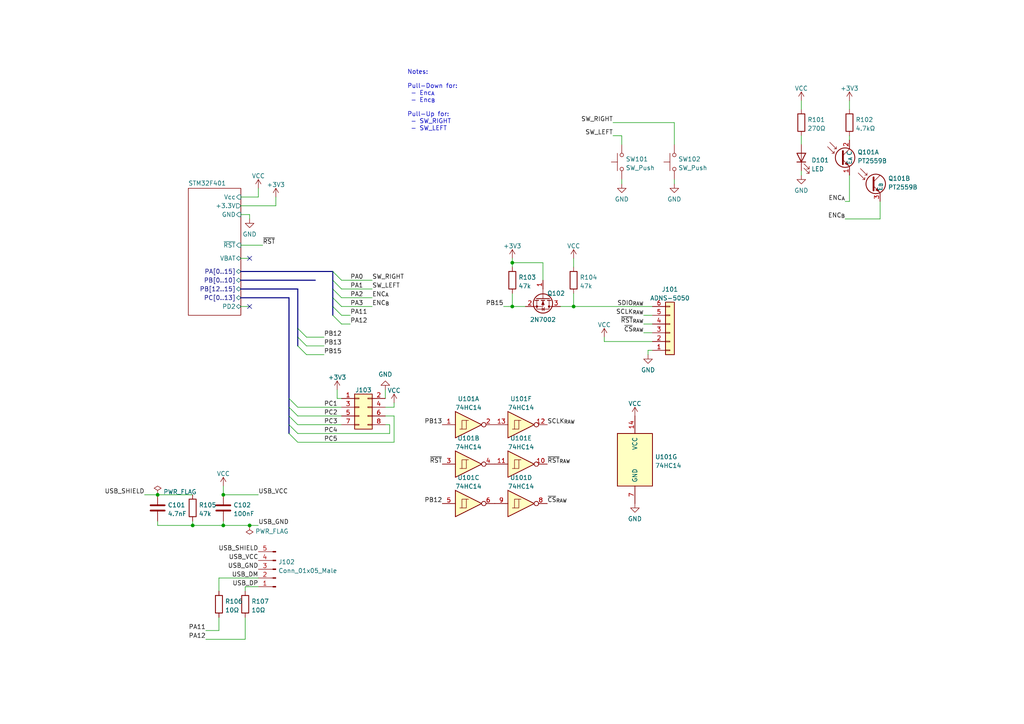
<source format=kicad_sch>
(kicad_sch (version 20211123) (generator eeschema)
  (paper "A4")
  (lib_symbols
    (symbol "74xx:74HC14" (pin_names (offset 1.016))
      (property "Reference" "U" (at 0 1.27 0))
      (property "Value" "74HC14" (at 0 -1.27 0))
      (symbol "74HC14_1_0"
        (polyline (pts (xy -3.81 3.81) (xy -3.81 -3.81) (xy 3.81 0) (xy -3.81 3.81)) (stroke (width 0.254)) (fill (type background)))
        (pin input line (at -7.62 0 0) (length 3.81) (name "~") (number "1"))
        (pin output inverted (at 7.62 0 180) (length 3.81) (name "~") (number "2"))
      )
      (symbol "74HC14_1_1"
        (polyline (pts (xy -1.905 -1.27) (xy -1.905 1.27) (xy -0.635 1.27)))
        (polyline (pts (xy -2.54 -1.27) (xy -0.635 -1.27) (xy -0.635 1.27) (xy 0 1.27)))
      )
      (symbol "74HC14_2_0"
        (polyline (pts (xy -3.81 3.81) (xy -3.81 -3.81) (xy 3.81 0) (xy -3.81 3.81)) (stroke (width 0.254)) (fill (type background)))
        (pin input line (at -7.62 0 0) (length 3.81) (name "~") (number "3"))
        (pin output inverted (at 7.62 0 180) (length 3.81) (name "~") (number "4"))
      )
      (symbol "74HC14_2_1"
        (polyline (pts (xy -1.905 -1.27) (xy -1.905 1.27) (xy -0.635 1.27)))
        (polyline (pts (xy -2.54 -1.27) (xy -0.635 -1.27) (xy -0.635 1.27) (xy 0 1.27)))
      )
      (symbol "74HC14_3_0"
        (polyline (pts (xy -3.81 3.81) (xy -3.81 -3.81) (xy 3.81 0) (xy -3.81 3.81)) (stroke (width 0.254)) (fill (type background)))
        (pin input line (at -7.62 0 0) (length 3.81) (name "~") (number "5"))
        (pin output inverted (at 7.62 0 180) (length 3.81) (name "~") (number "6"))
      )
      (symbol "74HC14_3_1"
        (polyline (pts (xy -1.905 -1.27) (xy -1.905 1.27) (xy -0.635 1.27)))
        (polyline (pts (xy -2.54 -1.27) (xy -0.635 -1.27) (xy -0.635 1.27) (xy 0 1.27)))
      )
      (symbol "74HC14_4_0"
        (polyline (pts (xy -3.81 3.81) (xy -3.81 -3.81) (xy 3.81 0) (xy -3.81 3.81)) (stroke (width 0.254)) (fill (type background)))
        (pin output inverted (at 7.62 0 180) (length 3.81) (name "~") (number "8"))
        (pin input line (at -7.62 0 0) (length 3.81) (name "~") (number "9"))
      )
      (symbol "74HC14_4_1"
        (polyline (pts (xy -1.905 -1.27) (xy -1.905 1.27) (xy -0.635 1.27)))
        (polyline (pts (xy -2.54 -1.27) (xy -0.635 -1.27) (xy -0.635 1.27) (xy 0 1.27)))
      )
      (symbol "74HC14_5_0"
        (polyline (pts (xy -3.81 3.81) (xy -3.81 -3.81) (xy 3.81 0) (xy -3.81 3.81)) (stroke (width 0.254)) (fill (type background)))
        (pin output inverted (at 7.62 0 180) (length 3.81) (name "~") (number "10"))
        (pin input line (at -7.62 0 0) (length 3.81) (name "~") (number "11"))
      )
      (symbol "74HC14_5_1"
        (polyline (pts (xy -1.905 -1.27) (xy -1.905 1.27) (xy -0.635 1.27)))
        (polyline (pts (xy -2.54 -1.27) (xy -0.635 -1.27) (xy -0.635 1.27) (xy 0 1.27)))
      )
      (symbol "74HC14_6_0"
        (polyline (pts (xy -3.81 3.81) (xy -3.81 -3.81) (xy 3.81 0) (xy -3.81 3.81)) (stroke (width 0.254)) (fill (type background)))
        (pin output inverted (at 7.62 0 180) (length 3.81) (name "~") (number "12"))
        (pin input line (at -7.62 0 0) (length 3.81) (name "~") (number "13"))
      )
      (symbol "74HC14_6_1"
        (polyline (pts (xy -1.905 -1.27) (xy -1.905 1.27) (xy -0.635 1.27)))
        (polyline (pts (xy -2.54 -1.27) (xy -0.635 -1.27) (xy -0.635 1.27) (xy 0 1.27)))
      )
      (symbol "74HC14_7_0"
        (pin power_in line (at 0 12.7 270) (length 5.08) (name "VCC") (number "14"))
        (pin power_in line (at 0 -12.7 90) (length 5.08) (name "GND") (number "7"))
      )
      (symbol "74HC14_7_1"
        (rectangle (start -5.08 7.62) (end 5.08 -7.62) (stroke (width 0.254)) (fill (type background)))
      )
    )
    (symbol "Connector:Conn_01x05_Male" (pin_names (offset 1.016) hide)
      (property "Reference" "J" (at 0 7.62 0))
      (property "Value" "Conn_01x05_Male" (at 0 -7.62 0))
      (symbol "Conn_01x05_Male_1_1"
        (polyline (pts (xy 1.27 -5.08) (xy 0.8636 -5.08)) (stroke (width 0.1524)))
        (polyline (pts (xy 1.27 -2.54) (xy 0.8636 -2.54)) (stroke (width 0.1524)))
        (polyline (pts (xy 1.27 0) (xy 0.8636 0)) (stroke (width 0.1524)))
        (polyline (pts (xy 1.27 2.54) (xy 0.8636 2.54)) (stroke (width 0.1524)))
        (polyline (pts (xy 1.27 5.08) (xy 0.8636 5.08)) (stroke (width 0.1524)))
        (rectangle (start 0.8636 -4.953) (end 0 -5.207) (stroke (width 0.1524)) (fill (type outline)))
        (rectangle (start 0.8636 -2.413) (end 0 -2.667) (stroke (width 0.1524)) (fill (type outline)))
        (rectangle (start 0.8636 0.127) (end 0 -0.127) (stroke (width 0.1524)) (fill (type outline)))
        (rectangle (start 0.8636 2.667) (end 0 2.413) (stroke (width 0.1524)) (fill (type outline)))
        (rectangle (start 0.8636 5.207) (end 0 4.953) (stroke (width 0.1524)) (fill (type outline)))
        (pin passive line (at 5.08 5.08 180) (length 3.81) (name "Pin_1") (number "1"))
        (pin passive line (at 5.08 2.54 180) (length 3.81) (name "Pin_2") (number "2"))
        (pin passive line (at 5.08 0 180) (length 3.81) (name "Pin_3") (number "3"))
        (pin passive line (at 5.08 -2.54 180) (length 3.81) (name "Pin_4") (number "4"))
        (pin passive line (at 5.08 -5.08 180) (length 3.81) (name "Pin_5") (number "5"))
      )
    )
    (symbol "Connector_Generic:Conn_01x06" (pin_names (offset 1.016) hide)
      (property "Reference" "J" (at 0 7.62 0))
      (property "Value" "Conn_01x06" (at 0 -10.16 0))
      (symbol "Conn_01x06_1_1"
        (rectangle (start -1.27 -7.493) (end 0 -7.747) (stroke (width 0.1524)))
        (rectangle (start -1.27 -4.953) (end 0 -5.207) (stroke (width 0.1524)))
        (rectangle (start -1.27 -2.413) (end 0 -2.667) (stroke (width 0.1524)))
        (rectangle (start -1.27 0.127) (end 0 -0.127) (stroke (width 0.1524)))
        (rectangle (start -1.27 2.667) (end 0 2.413) (stroke (width 0.1524)))
        (rectangle (start -1.27 5.207) (end 0 4.953) (stroke (width 0.1524)))
        (rectangle (start -1.27 6.35) (end 1.27 -8.89) (stroke (width 0.254)) (fill (type background)))
        (pin passive line (at -5.08 5.08 0) (length 3.81) (name "Pin_1") (number "1"))
        (pin passive line (at -5.08 2.54 0) (length 3.81) (name "Pin_2") (number "2"))
        (pin passive line (at -5.08 0 0) (length 3.81) (name "Pin_3") (number "3"))
        (pin passive line (at -5.08 -2.54 0) (length 3.81) (name "Pin_4") (number "4"))
        (pin passive line (at -5.08 -5.08 0) (length 3.81) (name "Pin_5") (number "5"))
        (pin passive line (at -5.08 -7.62 0) (length 3.81) (name "Pin_6") (number "6"))
      )
    )
    (symbol "Connector_Generic:Conn_02x04_Odd_Even" (pin_names (offset 1.016) hide)
      (property "Reference" "J" (at 1.27 5.08 0))
      (property "Value" "Conn_02x04_Odd_Even" (at 1.27 -7.62 0))
      (symbol "Conn_02x04_Odd_Even_1_1"
        (rectangle (start -1.27 -4.953) (end 0 -5.207) (stroke (width 0.1524)))
        (rectangle (start -1.27 -2.413) (end 0 -2.667) (stroke (width 0.1524)))
        (rectangle (start -1.27 0.127) (end 0 -0.127) (stroke (width 0.1524)))
        (rectangle (start -1.27 2.667) (end 0 2.413) (stroke (width 0.1524)))
        (rectangle (start -1.27 3.81) (end 3.81 -6.35) (stroke (width 0.254)) (fill (type background)))
        (rectangle (start 3.81 -4.953) (end 2.54 -5.207) (stroke (width 0.1524)))
        (rectangle (start 3.81 -2.413) (end 2.54 -2.667) (stroke (width 0.1524)))
        (rectangle (start 3.81 0.127) (end 2.54 -0.127) (stroke (width 0.1524)))
        (rectangle (start 3.81 2.667) (end 2.54 2.413) (stroke (width 0.1524)))
        (pin passive line (at -5.08 2.54 0) (length 3.81) (name "Pin_1") (number "1"))
        (pin passive line (at 7.62 2.54 180) (length 3.81) (name "Pin_2") (number "2"))
        (pin passive line (at -5.08 0 0) (length 3.81) (name "Pin_3") (number "3"))
        (pin passive line (at 7.62 0 180) (length 3.81) (name "Pin_4") (number "4"))
        (pin passive line (at -5.08 -2.54 0) (length 3.81) (name "Pin_5") (number "5"))
        (pin passive line (at 7.62 -2.54 180) (length 3.81) (name "Pin_6") (number "6"))
        (pin passive line (at -5.08 -5.08 0) (length 3.81) (name "Pin_7") (number "7"))
        (pin passive line (at 7.62 -5.08 180) (length 3.81) (name "Pin_8") (number "8"))
      )
    )
    (symbol "Device:C" (pin_numbers hide) (pin_names (offset 0.254))
      (property "Reference" "C" (at 0.635 2.54 0))
      (property "Value" "C" (at 0.635 -2.54 0))
      (symbol "C_0_1"
        (polyline (pts (xy -2.032 -0.762) (xy 2.032 -0.762)) (stroke (width 0.508)))
        (polyline (pts (xy -2.032 0.762) (xy 2.032 0.762)) (stroke (width 0.508)))
      )
      (symbol "C_1_1"
        (pin passive line (at 0 3.81 270) (length 2.794) (name "~") (number "1"))
        (pin passive line (at 0 -3.81 90) (length 2.794) (name "~") (number "2"))
      )
    )
    (symbol "Device:LED" (pin_numbers hide) (pin_names (offset 1.016) hide)
      (property "Reference" "D" (at 0 2.54 0))
      (property "Value" "LED" (at 0 -2.54 0))
      (symbol "LED_0_1"
        (polyline (pts (xy -1.27 -1.27) (xy -1.27 1.27)) (stroke (width 0.254)))
        (polyline (pts (xy -1.27 0) (xy 1.27 0)))
        (polyline (pts (xy 1.27 -1.27) (xy 1.27 1.27) (xy -1.27 0) (xy 1.27 -1.27)) (stroke (width 0.254)))
        (polyline (pts (xy -3.048 -0.762) (xy -4.572 -2.286) (xy -3.81 -2.286) (xy -4.572 -2.286) (xy -4.572 -1.524)))
        (polyline (pts (xy -1.778 -0.762) (xy -3.302 -2.286) (xy -2.54 -2.286) (xy -3.302 -2.286) (xy -3.302 -1.524)))
      )
      (symbol "LED_1_1"
        (pin passive line (at -3.81 0 0) (length 2.54) (name "K") (number "1"))
        (pin passive line (at 3.81 0 180) (length 2.54) (name "A") (number "2"))
      )
    )
    (symbol "Device:Q_NMOS_GSD" (pin_names (offset 0) hide)
      (property "Reference" "Q" (at 5.08 1.27 0))
      (property "Value" "Q_NMOS_GSD" (at 5.08 -1.27 0))
      (symbol "Q_NMOS_GSD_0_1"
        (polyline (pts (xy 0.254 0) (xy -2.54 0)))
        (polyline (pts (xy 0.254 1.905) (xy 0.254 -1.905)) (stroke (width 0.254)))
        (polyline (pts (xy 0.762 -1.27) (xy 0.762 -2.286)) (stroke (width 0.254)))
        (polyline (pts (xy 0.762 0.508) (xy 0.762 -0.508)) (stroke (width 0.254)))
        (polyline (pts (xy 0.762 2.286) (xy 0.762 1.27)) (stroke (width 0.254)))
        (polyline (pts (xy 2.54 2.54) (xy 2.54 1.778)))
        (polyline (pts (xy 2.54 -2.54) (xy 2.54 0) (xy 0.762 0)))
        (polyline (pts (xy 0.762 -1.778) (xy 3.302 -1.778) (xy 3.302 1.778) (xy 0.762 1.778)))
        (polyline (pts (xy 1.016 0) (xy 2.032 0.381) (xy 2.032 -0.381) (xy 1.016 0)) (fill (type outline)))
        (polyline (pts (xy 2.794 0.508) (xy 2.921 0.381) (xy 3.683 0.381) (xy 3.81 0.254)))
        (polyline (pts (xy 3.302 0.381) (xy 2.921 -0.254) (xy 3.683 -0.254) (xy 3.302 0.381)))
        (circle (center 1.651 0) (radius 2.794) (stroke (width 0.254)))
        (circle (center 2.54 -1.778) (radius 0.254) (fill (type outline)))
        (circle (center 2.54 1.778) (radius 0.254) (fill (type outline)))
      )
      (symbol "Q_NMOS_GSD_1_1"
        (pin input line (at -5.08 0 0) (length 2.54) (name "G") (number "1"))
        (pin passive line (at 2.54 -5.08 90) (length 2.54) (name "S") (number "2"))
        (pin passive line (at 2.54 5.08 270) (length 2.54) (name "D") (number "3"))
      )
    )
    (symbol "Device:R" (pin_numbers hide) (pin_names (offset 0))
      (property "Reference" "R" (at 2.032 0 90))
      (property "Value" "R" (at 0 0 90))
      (symbol "R_0_1"
        (rectangle (start -1.016 -2.54) (end 1.016 2.54) (stroke (width 0.254)))
      )
      (symbol "R_1_1"
        (pin passive line (at 0 3.81 270) (length 1.27) (name "~") (number "1"))
        (pin passive line (at 0 -3.81 90) (length 1.27) (name "~") (number "2"))
      )
    )
    (symbol "Parts:PT2559B"
      (property "Reference" "Q" (at 2.54 3.81 0))
      (property "Value" "PT2559B" (at 6.35 6.35 0))
      (symbol "PT2559B_0_1"
        (circle (center -1.27 5.08) (radius 2.8194) (stroke (width 0.254)))
        (polyline (pts (xy -4.445 6.35) (xy -5.08 6.35)))
        (polyline (pts (xy -3.81 7.62) (xy -4.445 7.62)))
        (polyline (pts (xy -1.905 5.715) (xy 0 7.62)))
        (polyline (pts (xy -6.35 8.255) (xy -4.445 6.35) (xy -4.445 6.985)))
        (polyline (pts (xy -5.715 9.525) (xy -3.81 7.62) (xy -3.81 8.255)))
        (polyline (pts (xy -1.905 4.445) (xy 0 2.54) (xy 0 2.54)))
        (polyline (pts (xy -1.905 6.985) (xy -1.905 3.175) (xy -1.905 3.175)) (stroke (width 0.508)))
        (polyline (pts (xy -1.27 3.302) (xy -0.762 3.81) (xy -0.254 2.794) (xy -1.27 3.302) (xy -1.27 3.302)) (fill (type outline)))
      )
      (symbol "PT2559B_1_1"
        (pin passive line (at 0 0 90) (length 2.54) (name "E_{A}") (number "1"))
        (pin passive line (at 0 10.16 270) (length 2.54) (name "C") (number "2"))
      )
      (symbol "PT2559B_2_1"
        (pin passive line (at 0 0 90) (length 2.54) (name "E_{B}") (number "3"))
      )
    )
    (symbol "Switch:SW_Push" (pin_numbers hide) (pin_names (offset 1.016) hide)
      (property "Reference" "SW" (at 1.27 2.54 0))
      (property "Value" "SW_Push" (at 0 -1.524 0))
      (symbol "SW_Push_0_1"
        (circle (center -2.032 0) (radius 0.508))
        (polyline (pts (xy 0 1.27) (xy 0 3.048)))
        (polyline (pts (xy 2.54 1.27) (xy -2.54 1.27)))
        (circle (center 2.032 0) (radius 0.508))
        (pin passive line (at -5.08 0 0) (length 2.54) (name "1") (number "1"))
        (pin passive line (at 5.08 0 180) (length 2.54) (name "2") (number "2"))
      )
    )
    (symbol "power:+3.3V" (power) (pin_names (offset 0))
      (property "Value" "+3.3V" (at 0 3.556 0))
      (symbol "+3.3V_0_1"
        (polyline (pts (xy -0.762 1.27) (xy 0 2.54)))
        (polyline (pts (xy 0 0) (xy 0 2.54)))
        (polyline (pts (xy 0 2.54) (xy 0.762 1.27)))
      )
      (symbol "+3.3V_1_1"
        (pin power_in line (at 0 0 90) (length 0) hide (name "+3V3") (number "1"))
      )
    )
    (symbol "power:GND" (power) (pin_names (offset 0))
      (property "Value" "GND" (at 0 -3.81 0))
      (symbol "GND_0_1"
        (polyline (pts (xy 0 0) (xy 0 -1.27) (xy 1.27 -1.27) (xy 0 -2.54) (xy -1.27 -1.27) (xy 0 -1.27)))
      )
      (symbol "GND_1_1"
        (pin power_in line (at 0 0 270) (length 0) hide (name "GND") (number "1"))
      )
    )
    (symbol "power:PWR_FLAG" (power) (pin_numbers hide) (pin_names (offset 0) hide)
      (property "Value" "PWR_FLAG" (at 0 3.81 0))
      (symbol "PWR_FLAG_0_0"
        (pin power_out line (at 0 0 90) (length 0) (name "pwr") (number "1"))
      )
      (symbol "PWR_FLAG_0_1"
        (polyline (pts (xy 0 0) (xy 0 1.27) (xy -1.016 1.905) (xy 0 2.54) (xy 1.016 1.905) (xy 0 1.27)))
      )
    )
    (symbol "power:VCC" (power) (pin_names (offset 0))
      (property "Value" "VCC" (at 0 3.81 0))
      (symbol "VCC_0_1"
        (polyline (pts (xy -0.762 1.27) (xy 0 2.54)))
        (polyline (pts (xy 0 0) (xy 0 2.54)))
        (polyline (pts (xy 0 2.54) (xy 0.762 1.27)))
      )
      (symbol "VCC_1_1"
        (pin power_in line (at 0 0 90) (length 0) hide (name "VCC") (number "1"))
      )
    )
  )
  (junction (at 55.88 152.4))
  (junction (at 148.59 88.9))
  (junction (at 45.72 143.51))
  (junction (at 64.77 152.4))
  (junction (at 148.59 76.2))
  (junction (at 72.39 152.4))
  (junction (at 64.77 143.51))
  (junction (at 166.37 88.9))
  (no_connect (at 72.39 74.93))
  (no_connect (at 72.39 88.9))
  (bus_entry (at 96.52 81.28) (size 2.54 2.54))
  (bus_entry (at 83.82 120.65) (size 2.54 2.54))
  (bus_entry (at 83.82 123.19) (size 2.54 2.54))
  (bus_entry (at 96.52 83.82) (size 2.54 2.54))
  (bus_entry (at 83.82 118.11) (size 2.54 2.54))
  (bus_entry (at 83.82 125.73) (size 2.54 2.54))
  (bus_entry (at 96.52 86.36) (size 2.54 2.54))
  (bus_entry (at 96.52 88.9) (size 2.54 2.54))
  (bus_entry (at 83.82 115.57) (size 2.54 2.54))
  (bus_entry (at 86.36 100.33) (size 2.54 2.54))
  (bus_entry (at 96.52 78.74) (size 2.54 2.54))
  (bus_entry (at 86.36 97.79) (size 2.54 2.54))
  (bus_entry (at 86.36 95.25) (size 2.54 2.54))
  (bus_entry (at 96.52 91.44) (size 2.54 2.54))
  (wire (pts (xy 86.36 125.73) (xy 113.03 125.73)))
  (wire (pts (xy 45.72 143.51) (xy 55.88 143.51)))
  (wire (pts (xy 187.96 101.6) (xy 189.23 101.6)))
  (wire (pts (xy 86.36 128.27) (xy 114.3 128.27)))
  (wire (pts (xy 86.36 118.11) (xy 99.06 118.11)))
  (wire (pts (xy 99.06 81.28) (xy 107.95 81.28)))
  (wire (pts (xy 64.77 140.97) (xy 64.77 143.51)))
  (wire (pts (xy 113.03 123.19) (xy 111.76 123.19)))
  (bus (pts (xy 83.82 120.65) (xy 83.82 123.19)))
  (bus (pts (xy 96.52 83.82) (xy 96.52 86.36)))
  (wire (pts (xy 45.72 151.13) (xy 45.72 152.4)))
  (wire (pts (xy 152.4 88.9) (xy 148.59 88.9)))
  (bus (pts (xy 83.82 115.57) (xy 83.82 118.11)))
  (bus (pts (xy 83.82 86.36) (xy 83.82 115.57)))
  (wire (pts (xy 69.85 74.93) (xy 72.39 74.93)))
  (bus (pts (xy 69.85 86.36) (xy 83.82 86.36)))
  (wire (pts (xy 166.37 74.93) (xy 166.37 77.47)))
  (wire (pts (xy 88.9 97.79) (xy 93.98 97.79)))
  (wire (pts (xy 80.01 57.15) (xy 80.01 59.69)))
  (wire (pts (xy 186.69 93.98) (xy 189.23 93.98)))
  (wire (pts (xy 71.12 171.45) (xy 71.12 170.18)))
  (bus (pts (xy 83.82 123.19) (xy 83.82 125.73)))
  (wire (pts (xy 232.41 29.21) (xy 232.41 31.75)))
  (wire (pts (xy 180.34 39.37) (xy 180.34 41.91)))
  (wire (pts (xy 246.38 39.37) (xy 246.38 40.64)))
  (wire (pts (xy 72.39 62.23) (xy 69.85 62.23)))
  (wire (pts (xy 114.3 120.65) (xy 111.76 120.65)))
  (wire (pts (xy 63.5 167.64) (xy 63.5 171.45)))
  (bus (pts (xy 96.52 86.36) (xy 96.52 88.9)))
  (wire (pts (xy 55.88 152.4) (xy 64.77 152.4)))
  (bus (pts (xy 69.85 78.74) (xy 96.52 78.74)))
  (wire (pts (xy 97.79 115.57) (xy 99.06 115.57)))
  (wire (pts (xy 148.59 88.9) (xy 148.59 85.09)))
  (wire (pts (xy 114.3 128.27) (xy 114.3 120.65)))
  (wire (pts (xy 97.79 113.03) (xy 97.79 115.57)))
  (wire (pts (xy 166.37 85.09) (xy 166.37 88.9)))
  (wire (pts (xy 113.03 125.73) (xy 113.03 123.19)))
  (wire (pts (xy 99.06 93.98) (xy 101.6 93.98)))
  (wire (pts (xy 255.27 58.42) (xy 255.27 63.5)))
  (wire (pts (xy 255.27 63.5) (xy 245.11 63.5)))
  (wire (pts (xy 175.26 99.06) (xy 189.23 99.06)))
  (wire (pts (xy 64.77 152.4) (xy 72.39 152.4)))
  (wire (pts (xy 99.06 83.82) (xy 107.95 83.82)))
  (bus (pts (xy 86.36 97.79) (xy 86.36 100.33)))
  (wire (pts (xy 246.38 29.21) (xy 246.38 31.75)))
  (wire (pts (xy 195.58 52.07) (xy 195.58 53.34)))
  (wire (pts (xy 41.91 143.51) (xy 45.72 143.51)))
  (wire (pts (xy 186.69 91.44) (xy 189.23 91.44)))
  (wire (pts (xy 71.12 170.18) (xy 74.93 170.18)))
  (wire (pts (xy 148.59 74.93) (xy 148.59 76.2)))
  (wire (pts (xy 245.11 58.42) (xy 246.38 58.42)))
  (wire (pts (xy 88.9 102.87) (xy 93.98 102.87)))
  (bus (pts (xy 83.82 118.11) (xy 83.82 120.65)))
  (wire (pts (xy 80.01 59.69) (xy 69.85 59.69)))
  (wire (pts (xy 166.37 88.9) (xy 189.23 88.9)))
  (wire (pts (xy 99.06 86.36) (xy 107.95 86.36)))
  (bus (pts (xy 96.52 81.28) (xy 96.52 83.82)))
  (wire (pts (xy 72.39 63.5) (xy 72.39 62.23)))
  (wire (pts (xy 45.72 152.4) (xy 55.88 152.4)))
  (bus (pts (xy 69.85 81.28) (xy 91.44 81.28)))
  (wire (pts (xy 86.36 120.65) (xy 99.06 120.65)))
  (bus (pts (xy 69.85 83.82) (xy 86.36 83.82)))
  (wire (pts (xy 74.93 57.15) (xy 69.85 57.15)))
  (wire (pts (xy 148.59 76.2) (xy 157.48 76.2)))
  (bus (pts (xy 96.52 88.9) (xy 96.52 91.44)))
  (bus (pts (xy 96.52 78.74) (xy 96.52 81.28)))
  (bus (pts (xy 86.36 83.82) (xy 86.36 95.25)))
  (wire (pts (xy 55.88 151.13) (xy 55.88 152.4)))
  (wire (pts (xy 111.76 113.03) (xy 111.76 115.57)))
  (wire (pts (xy 63.5 182.88) (xy 63.5 179.07)))
  (wire (pts (xy 74.93 54.61) (xy 74.93 57.15)))
  (wire (pts (xy 69.85 71.12) (xy 76.2 71.12)))
  (wire (pts (xy 186.69 96.52) (xy 189.23 96.52)))
  (wire (pts (xy 114.3 116.84) (xy 114.3 118.11)))
  (wire (pts (xy 166.37 88.9) (xy 162.56 88.9)))
  (wire (pts (xy 177.8 35.56) (xy 195.58 35.56)))
  (wire (pts (xy 59.69 182.88) (xy 63.5 182.88)))
  (wire (pts (xy 232.41 49.53) (xy 232.41 50.8)))
  (wire (pts (xy 69.85 88.9) (xy 72.39 88.9)))
  (wire (pts (xy 195.58 35.56) (xy 195.58 41.91)))
  (wire (pts (xy 146.05 88.9) (xy 148.59 88.9)))
  (wire (pts (xy 86.36 123.19) (xy 99.06 123.19)))
  (wire (pts (xy 88.9 100.33) (xy 93.98 100.33)))
  (wire (pts (xy 177.8 39.37) (xy 180.34 39.37)))
  (wire (pts (xy 59.69 185.42) (xy 71.12 185.42)))
  (wire (pts (xy 232.41 39.37) (xy 232.41 41.91)))
  (wire (pts (xy 74.93 167.64) (xy 63.5 167.64)))
  (wire (pts (xy 180.34 52.07) (xy 180.34 53.34)))
  (bus (pts (xy 86.36 95.25) (xy 86.36 97.79)))
  (wire (pts (xy 64.77 151.13) (xy 64.77 152.4)))
  (wire (pts (xy 157.48 76.2) (xy 157.48 81.28)))
  (wire (pts (xy 72.39 152.4) (xy 74.93 152.4)))
  (wire (pts (xy 175.26 97.79) (xy 175.26 99.06)))
  (wire (pts (xy 64.77 143.51) (xy 74.93 143.51)))
  (wire (pts (xy 148.59 77.47) (xy 148.59 76.2)))
  (wire (pts (xy 246.38 58.42) (xy 246.38 50.8)))
  (wire (pts (xy 99.06 88.9) (xy 107.95 88.9)))
  (wire (pts (xy 187.96 102.87) (xy 187.96 101.6)))
  (wire (pts (xy 99.06 91.44) (xy 101.6 91.44)))
  (wire (pts (xy 114.3 118.11) (xy 111.76 118.11)))
  (wire (pts (xy 71.12 185.42) (xy 71.12 179.07)))
  (text "Notes:\n\nPull-Down for:\n - Enc_{A}\n - Enc_{B}\n\nPull-Up for:\n - SW_RIGHT\n - SW_LEFT" (at 118.11 38.1 0) (effects (font (size 1.27 1.27)) (justify left bottom)))
  (label "PC2" (at 93.98 120.65 0))
  (label "USB_DP" (at 74.93 170.18 180))
  (label "~{RST}_{RAW}" (at 186.69 93.98 180))
  (label "PB12" (at 128.27 146.05 180))
  (label "PB13" (at 128.27 123.19 180))
  (label "PA2" (at 101.6 86.36 0))
  (label "SCLK_{RAW}" (at 186.69 91.44 180))
  (label "~{RST}_{RAW}" (at 158.75 134.62 0))
  (label "PB12" (at 93.98 97.79 0))
  (label "SW_LEFT" (at 107.95 83.82 0))
  (label "~{RST}" (at 128.27 134.62 180))
  (label "PA12" (at 101.6 93.98 0))
  (label "PB13" (at 93.98 100.33 0))
  (label "USB_DM" (at 74.93 167.64 180))
  (label "USB_GND" (at 74.93 152.4 0))
  (label "ENC_{A}" (at 107.95 86.36 0))
  (label "PA11" (at 59.69 182.88 180))
  (label "USB_VCC" (at 74.93 162.56 180))
  (label "PA3" (at 101.6 88.9 0))
  (label "SDIO_{RAW}" (at 186.69 88.9 180))
  (label "USB_SHIELD" (at 41.91 143.51 180))
  (label "PA1" (at 101.6 83.82 0))
  (label "PC5" (at 93.98 128.27 0))
  (label "PA12" (at 59.69 185.42 180))
  (label "~{RST}" (at 76.2 71.12 0))
  (label "USB_VCC" (at 74.93 143.51 0))
  (label "PB15" (at 93.98 102.87 0))
  (label "PC1" (at 93.98 118.11 0))
  (label "SW_LEFT" (at 177.8 39.37 180))
  (label "~{CS}_{RAW}" (at 186.69 96.52 180))
  (label "PA11" (at 101.6 91.44 0))
  (label "PB15" (at 146.05 88.9 180))
  (label "USB_SHIELD" (at 74.93 160.02 180))
  (label "SW_RIGHT" (at 107.95 81.28 0))
  (label "ENC_{B}" (at 245.11 63.5 180))
  (label "SW_RIGHT" (at 177.8 35.56 180))
  (label "PA0" (at 101.6 81.28 0))
  (label "~{CS}_{RAW}" (at 158.75 146.05 0))
  (label "ENC_{A}" (at 245.11 58.42 180))
  (label "PC3" (at 93.98 123.19 0))
  (label "ENC_{B}" (at 107.95 88.9 0))
  (label "SCLK_{RAW}" (at 158.75 123.19 0))
  (label "USB_GND" (at 74.93 165.1 180))
  (label "PC4" (at 93.98 125.73 0))
  (symbol (lib_id "Switch:SW_Push") (at 195.58 46.99 90) (unit 1)
    (property "Reference" "SW102" (at 196.723 46.1553 90) (effects (justify right)))
    (property "Value" "SW_Push" (at 196.723 48.6922 90) (effects (justify right)))
    (property "Footprint" "Footprints:Kailh_SW_Mouse" (effects hide))
  )
  (symbol (lib_id "power:+3.3V") (at 97.79 113.03 0) (unit 1)
    (property "Reference" "#PWR0136" (effects hide))
    (property "Value" "+3.3V" (at 97.79 109.4542 0))
  )
  (symbol (lib_id "power:+3.3V") (at 148.59 74.93 0) (unit 1)
    (property "Reference" "#PWR0123" (effects hide))
    (property "Value" "+3.3V" (at 148.59 71.3542 0))
  )
  (symbol (lib_id "Device:R") (at 71.12 175.26 180) (unit 1)
    (property "Reference" "R107" (at 72.898 174.4253 0) (effects (justify right)))
    (property "Value" "10Ω" (at 72.898 176.9622 0) (effects (justify right)))
    (property "Footprint" "Resistor_SMD:R_0402_1005Metric" (effects hide))
    (property "Datasheet" "https://datasheet.lcsc.com/lcsc/2205311900_UNI-ROYAL-Uniroyal-Elec-0402WGF100JTCE_C25077.pdf" (effects hide))
    (property "JLCPCB" "C25077" (effects hide))
    (property "JLCPCB Type" "Basic" (effects hide))
  )
  (symbol (lib_id "Parts:PT2559B") (at 246.38 50.8 0) (unit 1)
    (property "Reference" "Q101" (at 248.6914 44.136 0) (effects (justify left)))
    (property "Value" "PT2559B" (at 248.6914 46.6729 0) (effects (justify left)))
    (property "Footprint" "Footprints:PT2559B" (effects hide))
  )
  (symbol (lib_id "74xx:74HC14") (at 151.13 134.62 0) (unit 5)
    (property "Reference" "U101" (at 151.13 127.1102 0))
    (property "Value" "74HC14" (at 151.13 129.6471 0))
    (property "Footprint" "Package_SO:SOIC-14_3.9x8.7mm_P1.27mm" (effects hide))
    (property "Datasheet" "http://www.ti.com/lit/gpn/sn74HC14" (effects hide))
    (property "JLCPCB" "C5605" (effects hide))
    (property "JLCPCB Type" "Basic" (effects hide))
  )
  (symbol (lib_id "Device:R") (at 246.38 35.56 0) (unit 1)
    (property "Reference" "R102" (at 248.158 34.7253 0) (effects (justify left)))
    (property "Value" "4.7kΩ" (at 248.158 37.2622 0) (effects (justify left)))
    (property "Footprint" "Resistor_SMD:R_0402_1005Metric" (effects hide))
    (property "JLCPCB" "C25900" (effects hide))
    (property "JLCPCB Type" "Basic" (effects hide))
  )
  (symbol (lib_id "power:VCC") (at 64.77 140.97 0) (unit 1)
    (property "Reference" "#PWR0127" (effects hide))
    (property "Value" "VCC" (at 64.77 137.3942 0))
  )
  (symbol (lib_id "power:GND") (at 111.76 113.03 180) (unit 1)
    (property "Reference" "#PWR0137" (effects hide))
    (property "Value" "GND" (at 111.76 108.5866 0))
  )
  (symbol (lib_id "Connector_Generic:Conn_02x04_Odd_Even") (at 104.14 118.11 0) (unit 1)
    (property "Reference" "J103" (at 105.41 113.1372 0))
    (property "Value" "Conn_02x04_Odd_Even" (effects hide))
    (property "Footprint" "Connector_PinHeader_2.54mm:PinHeader_2x04_P2.54mm_Vertical" (effects hide))
  )
  (symbol (lib_id "power:VCC") (at 175.26 97.79 0) (unit 1)
    (property "Reference" "#PWR0125" (effects hide))
    (property "Value" "VCC" (at 175.26 94.2142 0))
  )
  (symbol (lib_id "power:GND") (at 72.39 63.5 0) (unit 1)
    (property "Reference" "#PWR0122" (effects hide))
    (property "Value" "GND" (at 72.39 67.9434 0))
  )
  (symbol (lib_id "Device:R") (at 55.88 147.32 0) (unit 1)
    (property "Reference" "R105" (at 57.658 146.4853 0) (effects (justify left)))
    (property "Value" "47k" (at 57.658 149.0222 0) (effects (justify left)))
    (property "Footprint" "Resistor_SMD:R_0402_1005Metric" (effects hide))
    (property "Datasheet" "https://datasheet.lcsc.com/lcsc/2206010100_UNI-ROYAL-Uniroyal-Elec-0402WGF4702TCE_C25792.pdf" (effects hide))
    (property "JLCPCB" "C25792" (effects hide))
    (property "JLCPCB Type" "Basic" (effects hide))
  )
  (symbol (lib_id "Device:C") (at 45.72 147.32 0) (unit 1)
    (property "Reference" "C101" (at 48.641 146.4853 0) (effects (justify left)))
    (property "Value" "4.7nF" (at 48.641 149.0222 0) (effects (justify left)))
    (property "Footprint" "Capacitor_SMD:C_0603_1608Metric" (effects hide))
    (property "Datasheet" "https://datasheet.lcsc.com/lcsc/1811061811_FH-Guangdong-Fenghua-Advanced-Tech-0603B472K500NT_C53987.pdf" (effects hide))
    (property "JLCPCB" "C53987" (effects hide))
    (property "JLCPCB Type" "Basic" (effects hide))
  )
  (symbol (lib_id "Switch:SW_Push") (at 180.34 46.99 90) (unit 1)
    (property "Reference" "SW101" (at 181.483 46.1553 90) (effects (justify right)))
    (property "Value" "SW_Push" (at 181.483 48.6922 90) (effects (justify right)))
    (property "Footprint" "Footprints:Kailh_SW_Mouse" (effects hide))
  )
  (symbol (lib_id "power:GND") (at 232.41 50.8 0) (unit 1)
    (property "Reference" "#PWR0103" (effects hide))
    (property "Value" "GND" (at 232.41 55.2434 0))
  )
  (symbol (lib_id "power:GND") (at 195.58 53.34 0) (unit 1)
    (property "Reference" "#PWR0105" (effects hide))
    (property "Value" "GND" (at 195.58 57.7834 0))
  )
  (symbol (lib_id "power:VCC") (at 74.93 54.61 0) (unit 1)
    (property "Reference" "#PWR0106" (effects hide))
    (property "Value" "VCC" (at 74.93 51.0342 0))
  )
  (symbol (lib_id "74xx:74HC14") (at 135.89 123.19 0) (unit 1)
    (property "Reference" "U101" (at 135.89 115.6802 0))
    (property "Value" "74HC14" (at 135.89 118.2171 0))
    (property "Footprint" "Package_SO:SOIC-14_3.9x8.7mm_P1.27mm" (effects hide))
    (property "Datasheet" "http://www.ti.com/lit/gpn/sn74HC14" (effects hide))
    (property "JLCPCB" "C5605" (effects hide))
    (property "JLCPCB Type" "Basic" (effects hide))
  )
  (symbol (lib_id "power:VCC") (at 184.15 120.65 0) (unit 1)
    (property "Reference" "#PWR0134" (effects hide))
    (property "Value" "VCC" (at 184.15 117.0742 0))
  )
  (symbol (lib_id "power:+3.3V") (at 246.38 29.21 0) (unit 1)
    (property "Reference" "#PWR0102" (effects hide))
    (property "Value" "+3.3V" (at 246.38 25.6342 0))
  )
  (symbol (lib_id "power:VCC") (at 114.3 116.84 0) (unit 1)
    (property "Reference" "#PWR0138" (effects hide))
    (property "Value" "VCC" (at 114.3 113.2642 0))
  )
  (symbol (lib_id "Device:R") (at 232.41 35.56 0) (unit 1)
    (property "Reference" "R101" (at 234.188 34.7253 0) (effects (justify left)))
    (property "Value" "270Ω" (at 234.188 37.2622 0) (effects (justify left)))
    (property "Footprint" "Resistor_SMD:R_0402_1005Metric" (effects hide))
    (property "JLCPCB" "C25744" (effects hide))
    (property "JLCPCB Type" "Basic" (effects hide))
  )
  (symbol (lib_id "Parts:PT2559B") (at 255.27 58.42 0) (unit 2)
    (property "Reference" "Q101" (at 257.5814 51.756 0) (effects (justify left)))
    (property "Value" "PT2559B" (at 257.5814 54.2929 0) (effects (justify left)))
    (property "Footprint" "Footprints:PT2559B" (effects hide))
  )
  (symbol (lib_id "power:GND") (at 187.96 102.87 0) (unit 1)
    (property "Reference" "#PWR0126" (effects hide))
    (property "Value" "GND" (at 187.96 107.3134 0))
  )
  (symbol (lib_id "74xx:74HC14") (at 135.89 146.05 0) (unit 3)
    (property "Reference" "U101" (at 135.89 138.5402 0))
    (property "Value" "74HC14" (at 135.89 141.0771 0))
    (property "Footprint" "Package_SO:SOIC-14_3.9x8.7mm_P1.27mm" (effects hide))
    (property "Datasheet" "http://www.ti.com/lit/gpn/sn74HC14" (effects hide))
    (property "JLCPCB" "C5605" (effects hide))
    (property "JLCPCB Type" "Basic" (effects hide))
  )
  (symbol (lib_id "power:PWR_FLAG") (at 45.72 143.51 0) (unit 1)
    (property "Reference" "#FLG0106" (effects hide))
    (property "Value" "PWR_FLAG" (at 47.371 142.6738 0) (effects (justify left)))
  )
  (symbol (lib_id "power:GND") (at 180.34 53.34 0) (unit 1)
    (property "Reference" "#PWR0104" (effects hide))
    (property "Value" "GND" (at 180.34 57.7834 0))
  )
  (symbol (lib_id "Device:C") (at 64.77 147.32 0) (unit 1)
    (property "Reference" "C102" (at 67.691 146.4853 0) (effects (justify left)))
    (property "Value" "100nF" (at 67.691 149.0222 0) (effects (justify left)))
    (property "Footprint" "Capacitor_SMD:C_0402_1005Metric" (effects hide))
    (property "Datasheet" "https://datasheet.lcsc.com/lcsc/1810191219_Samsung-Electro-Mechanics-CL05B104KO5NNNC_C1525.pdf" (effects hide))
    (property "JLCPCB" "C1525" (effects hide))
    (property "JLCPCB Type" "Basic" (effects hide))
  )
  (symbol (lib_id "74xx:74HC14") (at 151.13 123.19 0) (unit 6)
    (property "Reference" "U101" (at 151.13 115.6802 0))
    (property "Value" "74HC14" (at 151.13 118.2171 0))
    (property "Footprint" "Package_SO:SOIC-14_3.9x8.7mm_P1.27mm" (effects hide))
    (property "Datasheet" "http://www.ti.com/lit/gpn/sn74HC14" (effects hide))
    (property "JLCPCB" "C5605" (effects hide))
    (property "JLCPCB Type" "Basic" (effects hide))
  )
  (symbol (lib_id "power:+3.3V") (at 80.01 57.15 0) (unit 1)
    (property "Reference" "#PWR0121" (effects hide))
    (property "Value" "+3.3V" (at 80.01 53.5742 0))
  )
  (symbol (lib_id "Device:Q_NMOS_GSD") (at 157.48 86.36 270) (unit 1)
    (property "Reference" "Q102" (at 161.29 85.09 90))
    (property "Value" "2N7002" (at 157.48 92.71 90))
    (property "Footprint" "Package_TO_SOT_SMD:SOT-23" (effects hide))
    (property "Datasheet" "https://datasheet.lcsc.com/lcsc/1810151612_Jiangsu-Changjing-Electronics-Technology-Co---Ltd--2N7002_C8545.pdf" (effects hide))
    (property "JLCPCB" "C8545" (effects hide))
  )
  (symbol (lib_id "Device:R") (at 166.37 81.28 0) (unit 1)
    (property "Reference" "R104" (at 168.148 80.4453 0) (effects (justify left)))
    (property "Value" "47k" (at 168.148 82.9822 0) (effects (justify left)))
    (property "Footprint" "Resistor_SMD:R_0402_1005Metric" (effects hide))
    (property "Datasheet" "https://datasheet.lcsc.com/lcsc/2206010100_UNI-ROYAL-Uniroyal-Elec-0402WGF4702TCE_C25792.pdf" (effects hide))
    (property "JLCPCB" "C25792" (effects hide))
    (property "JLCPCB Type" "Basic" (effects hide))
  )
  (symbol (lib_id "Device:LED") (at 232.41 45.72 90) (unit 1)
    (property "Reference" "D101" (at 235.331 46.4728 90) (effects (justify right)))
    (property "Value" "LED" (at 235.331 49.0097 90) (effects (justify right)))
    (property "Footprint" "LED_THT:LED_SideEmitter_Rectangular_W4.5mm_H1.6mm" (effects hide))
  )
  (symbol (lib_id "Connector_Generic:Conn_01x06") (at 194.31 96.52 0) (mirror x) (unit 1)
    (property "Reference" "J101" (at 194.31 83.9302 0))
    (property "Value" "ADNS-5050" (at 194.31 86.4671 0))
    (property "Footprint" "Connector_JST:JST_PH_B6B-PH-K_1x06_P2.00mm_Vertical" (effects hide))
  )
  (symbol (lib_id "power:PWR_FLAG") (at 72.39 152.4 180) (unit 1)
    (property "Reference" "#FLG0108" (effects hide))
    (property "Value" "PWR_FLAG" (at 74.041 154.1038 0) (effects (justify right)))
  )
  (symbol (lib_id "Device:R") (at 148.59 81.28 0) (unit 1)
    (property "Reference" "R103" (at 150.368 80.4453 0) (effects (justify left)))
    (property "Value" "47k" (at 150.368 82.9822 0) (effects (justify left)))
    (property "Footprint" "Resistor_SMD:R_0402_1005Metric" (effects hide))
    (property "Datasheet" "https://datasheet.lcsc.com/lcsc/2206010100_UNI-ROYAL-Uniroyal-Elec-0402WGF4702TCE_C25792.pdf" (effects hide))
    (property "JLCPCB" "C25792" (effects hide))
    (property "JLCPCB Type" "Basic" (effects hide))
  )
  (symbol (lib_id "Connector:Conn_01x05_Male") (at 80.01 165.1 180) (unit 1)
    (property "Reference" "J102" (at 80.7212 162.9953 0) (effects (justify right)))
    (property "Value" "Conn_01x05_Male" (at 80.7212 165.5322 0) (effects (justify right)))
    (property "Footprint" "Connector_JST:JST_PH_S5B-PH-K_1x05_P2.00mm_Horizontal" (effects hide))
  )
  (symbol (lib_id "power:VCC") (at 232.41 29.21 0) (unit 1)
    (property "Reference" "#PWR0101" (effects hide))
    (property "Value" "VCC" (at 232.41 25.6342 0))
  )
  (symbol (lib_id "74xx:74HC14") (at 135.89 134.62 0) (unit 2)
    (property "Reference" "U101" (at 135.89 127.1102 0))
    (property "Value" "74HC14" (at 135.89 129.6471 0))
    (property "Footprint" "Package_SO:SOIC-14_3.9x8.7mm_P1.27mm" (effects hide))
    (property "Datasheet" "http://www.ti.com/lit/gpn/sn74HC14" (effects hide))
    (property "JLCPCB" "C5605" (effects hide))
    (property "JLCPCB Type" "Basic" (effects hide))
  )
  (symbol (lib_id "power:VCC") (at 166.37 74.93 0) (unit 1)
    (property "Reference" "#PWR0124" (effects hide))
    (property "Value" "VCC" (at 166.37 71.3542 0))
  )
  (symbol (lib_id "Device:R") (at 63.5 175.26 180) (unit 1)
    (property "Reference" "R106" (at 65.278 174.4253 0) (effects (justify right)))
    (property "Value" "10Ω" (at 65.278 176.9622 0) (effects (justify right)))
    (property "Footprint" "Resistor_SMD:R_0402_1005Metric" (effects hide))
    (property "Datasheet" "https://datasheet.lcsc.com/lcsc/2205311900_UNI-ROYAL-Uniroyal-Elec-0402WGF100JTCE_C25077.pdf" (effects hide))
    (property "JLCPCB" "C25077" (effects hide))
    (property "JLCPCB Type" "Basic" (effects hide))
  )
  (symbol (lib_id "74xx:74HC14") (at 184.15 133.35 0) (unit 7)
    (property "Reference" "U101" (at 189.992 132.5153 0) (effects (justify left)))
    (property "Value" "74HC14" (at 189.992 135.0522 0) (effects (justify left)))
    (property "Footprint" "Package_SO:SOIC-14_3.9x8.7mm_P1.27mm" (effects hide))
    (property "Datasheet" "http://www.ti.com/lit/gpn/sn74HC14" (effects hide))
    (property "JLCPCB" "C5605" (effects hide))
    (property "JLCPCB Type" "Basic" (effects hide))
  )
  (symbol (lib_id "power:GND") (at 184.15 146.05 0) (unit 1)
    (property "Reference" "#PWR0135" (effects hide))
    (property "Value" "GND" (at 184.15 150.4934 0))
  )
  (symbol (lib_id "74xx:74HC14") (at 151.13 146.05 0) (unit 4)
    (property "Reference" "U101" (at 151.13 138.5402 0))
    (property "Value" "74HC14" (at 151.13 141.0771 0))
    (property "Footprint" "Package_SO:SOIC-14_3.9x8.7mm_P1.27mm" (effects hide))
    (property "Datasheet" "http://www.ti.com/lit/gpn/sn74HC14" (effects hide))
    (property "JLCPCB" "C5605" (effects hide))
    (property "JLCPCB Type" "Basic" (effects hide))
  )
  (sheet (at 54.61 54.61) (size 15.24 36.83) (stroke (width 0.1524))
    (property "Sheet name" "STM32F401" (at 54.61 53.8984 0) (effects (justify left bottom)))
    (property "Sheet file" "kicad-hierarchical-blocks/MCUs/STM32F401/STM32F401.kicad_sch" (effects hide))
    (pin "PC[0..13]" bidirectional (at 69.85 86.36 0))
    (pin "GND" input (at 69.85 62.23 0))
    (pin "+3.3V" output (at 69.85 59.69 0))
    (pin "Vcc" input (at 69.85 57.15 0))
    (pin "PB[0..10]" bidirectional (at 69.85 81.28 0))
    (pin "PB[12..15]" bidirectional (at 69.85 83.82 0))
    (pin "PA[0..15]" bidirectional (at 69.85 78.74 0))
    (pin "~{RST}" input (at 69.85 71.12 0))
    (pin "PD2" bidirectional (at 69.85 88.9 0))
    (pin "VBAT" bidirectional (at 69.85 74.93 0))
  )
)
</source>
